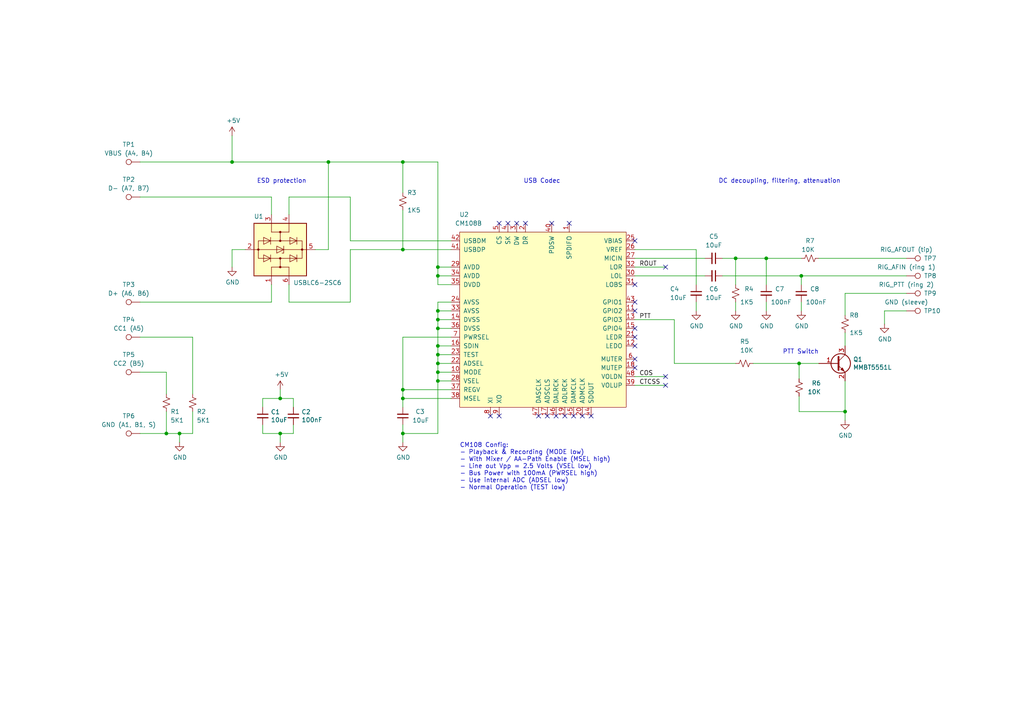
<source format=kicad_sch>
(kicad_sch (version 20230121) (generator eeschema)
  (paper "A4")
  (title_block (title "Digirig Light") (date "2024-02-13") (rev "1.0") (company "Softcomplex, Inc") (comment 1 "Denis Grisak - K0TX") (comment 2 "GNU General Public License v3.0") (comment 3 "https://digirig.net/"))
  (lib_symbols
    (symbol "Connector:TestPoint" (pin_numbers hide) (pin_names (offset 0.762) hide)
      (property "Reference" "TP" (at 0 6.858 0))
      (property "Value" "TestPoint" (at 0 5.08 0))
      (symbol "TestPoint_0_1"
        (circle (center 0 3.302) (radius 0.762))
      )
      (symbol "TestPoint_1_1"
        (pin passive line (at 0 0 90) (length 2.54) (name "1") (number "1"))
      )
    )
    (symbol "Device:C_Small" (pin_numbers hide) (pin_names (offset 0.254) hide)
      (property "Reference" "C" (at 0.254 1.778 0))
      (property "Value" "C_Small" (at 0.254 -2.032 0))
      (symbol "C_Small_0_1"
        (polyline (pts (xy -1.524 -0.508) (xy 1.524 -0.508)) (stroke (width 0.3302)))
        (polyline (pts (xy -1.524 0.508) (xy 1.524 0.508)) (stroke (width 0.3048)))
      )
      (symbol "C_Small_1_1"
        (pin passive line (at 0 2.54 270) (length 2.032) (name "~") (number "1"))
        (pin passive line (at 0 -2.54 90) (length 2.032) (name "~") (number "2"))
      )
    )
    (symbol "Device:R_Small_US" (pin_numbers hide) (pin_names (offset 0.254) hide)
      (property "Reference" "R" (at 0.762 0.508 0))
      (property "Value" "R_Small_US" (at 0.762 -1.016 0))
      (symbol "R_Small_US_1_1"
        (polyline (pts (xy 0 0) (xy 1.016 -0.381) (xy 0 -0.762) (xy -1.016 -1.143) (xy 0 -1.524)))
        (polyline (pts (xy 0 1.524) (xy 1.016 1.143) (xy 0 0.762) (xy -1.016 0.381) (xy 0 0)))
        (pin passive line (at 0 2.54 270) (length 1.016) (name "~") (number "1"))
        (pin passive line (at 0 -2.54 90) (length 1.016) (name "~") (number "2"))
      )
    )
    (symbol "Power_Protection:USBLC6-2SC6" (pin_names hide)
      (property "Reference" "U" (at 2.54 8.89 0))
      (property "Value" "USBLC6-2SC6" (at 2.54 -8.89 0))
      (symbol "USBLC6-2SC6_0_1"
        (rectangle (start -7.62 -7.62) (end 7.62 7.62) (stroke (width 0.254)) (fill (type background)))
        (circle (center -5.08 0) (radius 0.254) (fill (type outline)))
        (circle (center -2.54 0) (radius 0.254) (fill (type outline)))
        (rectangle (start -2.54 6.35) (end 2.54 -6.35))
        (circle (center 0 -6.35) (radius 0.254) (fill (type outline)))
        (polyline (pts (xy -5.08 -2.54) (xy -7.62 -2.54)))
        (polyline (pts (xy -5.08 0) (xy -5.08 -2.54)))
        (polyline (pts (xy -5.08 2.54) (xy -7.62 2.54)))
        (polyline (pts (xy -1.524 -2.794) (xy -3.556 -2.794)))
        (polyline (pts (xy -1.524 4.826) (xy -3.556 4.826)))
        (polyline (pts (xy 0 -7.62) (xy 0 -6.35)))
        (polyline (pts (xy 0 -6.35) (xy 0 1.27)))
        (polyline (pts (xy 0 1.27) (xy 0 6.35)))
        (polyline (pts (xy 0 6.35) (xy 0 7.62)))
        (polyline (pts (xy 1.524 -2.794) (xy 3.556 -2.794)))
        (polyline (pts (xy 1.524 4.826) (xy 3.556 4.826)))
        (polyline (pts (xy 5.08 -2.54) (xy 7.62 -2.54)))
        (polyline (pts (xy 5.08 0) (xy 5.08 -2.54)))
        (polyline (pts (xy 5.08 2.54) (xy 7.62 2.54)))
        (polyline (pts (xy -2.54 0) (xy -5.08 0) (xy -5.08 2.54)))
        (polyline (pts (xy 2.54 0) (xy 5.08 0) (xy 5.08 2.54)))
        (polyline (pts (xy -3.556 -4.826) (xy -1.524 -4.826) (xy -2.54 -2.794) (xy -3.556 -4.826)))
        (polyline (pts (xy -3.556 2.794) (xy -1.524 2.794) (xy -2.54 4.826) (xy -3.556 2.794)))
        (polyline (pts (xy -1.016 -1.016) (xy 1.016 -1.016) (xy 0 1.016) (xy -1.016 -1.016)))
        (polyline (pts (xy 1.016 1.016) (xy 0.762 1.016) (xy -1.016 1.016) (xy -1.016 0.508)))
        (polyline (pts (xy 3.556 -4.826) (xy 1.524 -4.826) (xy 2.54 -2.794) (xy 3.556 -4.826)))
        (polyline (pts (xy 3.556 2.794) (xy 1.524 2.794) (xy 2.54 4.826) (xy 3.556 2.794)))
        (circle (center 0 6.35) (radius 0.254) (fill (type outline)))
        (circle (center 2.54 0) (radius 0.254) (fill (type outline)))
        (circle (center 5.08 0) (radius 0.254) (fill (type outline)))
      )
      (symbol "USBLC6-2SC6_1_1"
        (pin passive line (at -10.16 -2.54 0) (length 2.54) (name "I/O1") (number "1"))
        (pin passive line (at 0 -10.16 90) (length 2.54) (name "GND") (number "2"))
        (pin passive line (at 10.16 -2.54 180) (length 2.54) (name "I/O2") (number "3"))
        (pin passive line (at 10.16 2.54 180) (length 2.54) (name "I/O2") (number "4"))
        (pin passive line (at 0 10.16 270) (length 2.54) (name "VBUS") (number "5"))
        (pin passive line (at -10.16 2.54 0) (length 2.54) (name "I/O1") (number "6"))
      )
    )
    (symbol "Transistor_BJT:MMBT5551L" (pin_names (offset 0) hide)
      (property "Reference" "Q" (at 5.08 1.905 0))
      (property "Value" "MMBT5551L" (at 5.08 0 0))
      (symbol "MMBT5551L_0_1"
        (polyline (pts (xy 0.635 0.635) (xy 2.54 2.54)))
        (polyline (pts (xy 0.635 -0.635) (xy 2.54 -2.54) (xy 2.54 -2.54)))
        (polyline (pts (xy 0.635 1.905) (xy 0.635 -1.905) (xy 0.635 -1.905)) (stroke (width 0.508)))
        (polyline (pts (xy 1.27 -1.778) (xy 1.778 -1.27) (xy 2.286 -2.286) (xy 1.27 -1.778) (xy 1.27 -1.778)) (fill (type outline)))
        (circle (center 1.27 0) (radius 2.8194) (stroke (width 0.254)))
      )
      (symbol "MMBT5551L_1_1"
        (pin input line (at -5.08 0 0) (length 5.715) (name "B") (number "1"))
        (pin passive line (at 2.54 -5.08 90) (length 2.54) (name "E") (number "2"))
        (pin passive line (at 2.54 5.08 270) (length 2.54) (name "C") (number "3"))
      )
    )
    (symbol "digirig:CM108" (pin_names (offset 1.016))
      (property "Reference" "U" (at -12.7 1.27 0))
      (property "Value" "CM108" (at -12.7 -1.27 0))
      (symbol "CM108_0_0"
        (pin output line (at 19.05 0 270) (length 2.54) (name "SPDIFO") (number "1"))
        (pin input line (at -15.24 -43.18 0) (length 2.54) (name "MODE") (number "10"))
        (pin bidirectional line (at 38.1 -25.4 180) (length 2.54) (name "GPIO2") (number "11"))
        (pin output line (at 38.1 -35.56 180) (length 2.54) (name "LEDO") (number "12"))
        (pin bidirectional line (at 38.1 -27.94 180) (length 2.54) (name "GPIO3") (number "13"))
        (pin power_in line (at -15.24 -27.94 0) (length 2.54) (name "DVSS") (number "14"))
        (pin bidirectional line (at 38.1 -30.48 180) (length 2.54) (name "GPIO4") (number "15"))
        (pin input line (at -15.24 -35.56 0) (length 2.54) (name "SDIN") (number "16"))
        (pin input line (at 12.7 -55.88 90) (length 2.54) (name "ADSCLS") (number "17"))
        (pin input line (at 38.1 -41.91 180) (length 2.54) (name "MUTEP") (number "18"))
        (pin input line (at 17.78 -55.88 90) (length 2.54) (name "ADLRCK") (number "19"))
        (pin output line (at 6.35 0 270) (length 2.54) (name "DR") (number "2"))
        (pin output line (at 22.86 -55.88 90) (length 2.54) (name "ADMCLK") (number "20"))
        (pin output line (at 38.1 -33.02 180) (length 2.54) (name "LEDR") (number "21"))
        (pin input line (at -15.24 -40.64 0) (length 2.54) (name "ADSEL") (number "22"))
        (pin input line (at -15.24 -38.1 0) (length 2.54) (name "TEST") (number "23"))
        (pin power_in line (at -15.24 -22.86 0) (length 2.54) (name "AVSS") (number "24"))
        (pin power_out line (at 38.1 -5.08 180) (length 2.54) (name "VBIAS") (number "25"))
        (pin power_out line (at 38.1 -7.62 180) (length 2.54) (name "VREF") (number "26"))
        (pin input line (at 38.1 -10.16 180) (length 2.54) (name "MICIN") (number "27"))
        (pin input line (at -15.24 -45.72 0) (length 2.54) (name "VSEL") (number "28"))
        (pin power_in line (at -15.24 -12.7 0) (length 2.54) (name "AVDD") (number "29"))
        (pin input line (at 3.81 0 270) (length 2.54) (name "DW") (number "3"))
        (pin output line (at 38.1 -15.24 180) (length 2.54) (name "LOL") (number "30"))
        (pin power_out line (at 38.1 -17.78 180) (length 2.54) (name "LOBS") (number "31"))
        (pin output line (at 38.1 -12.7 180) (length 2.54) (name "LOR") (number "32"))
        (pin input line (at -15.24 -25.4 0) (length 2.54) (name "AVSS") (number "33"))
        (pin power_in line (at -15.24 -15.24 0) (length 2.54) (name "AVDD") (number "34"))
        (pin power_in line (at -15.24 -17.78 0) (length 2.54) (name "DVDD") (number "35"))
        (pin power_in line (at -15.24 -30.48 0) (length 2.54) (name "DVSS") (number "36"))
        (pin power_in line (at -15.24 -48.26 0) (length 2.54) (name "REGV") (number "37"))
        (pin input line (at -15.24 -50.8 0) (length 2.54) (name "MSEL") (number "38"))
        (pin input line (at 38.1 -46.99 180) (length 2.54) (name "VOLUP") (number "39"))
        (pin input line (at 1.27 0 270) (length 2.54) (name "SK") (number "4"))
        (pin input line (at 13.97 0 270) (length 2.54) (name "PDSW") (number "40"))
        (pin bidirectional line (at -15.24 -7.62 0) (length 2.54) (name "USBDP") (number "41"))
        (pin bidirectional line (at -15.24 -5.08 0) (length 2.54) (name "USBDM") (number "42"))
        (pin bidirectional line (at 38.1 -22.86 180) (length 2.54) (name "GPIO1") (number "43"))
        (pin output line (at 25.4 -55.88 90) (length 2.54) (name "SDOUT") (number "44"))
        (pin output line (at 20.32 -55.88 90) (length 2.54) (name "DAMCLK") (number "45"))
        (pin input line (at 15.24 -55.88 90) (length 2.54) (name "DALRCK") (number "46"))
        (pin input line (at 10.16 -55.88 90) (length 2.54) (name "DASCLK") (number "47"))
        (pin input line (at 38.1 -44.45 180) (length 2.54) (name "VOLDN") (number "48"))
        (pin input line (at -1.27 0 270) (length 2.54) (name "CS") (number "5"))
        (pin input line (at 38.1 -39.37 180) (length 2.54) (name "MUTER") (number "6"))
        (pin input line (at -15.24 -33.02 0) (length 2.54) (name "PWRSEL") (number "7"))
        (pin input line (at -3.81 -55.88 90) (length 2.54) (name "XI") (number "8"))
        (pin output line (at -1.27 -55.88 90) (length 2.54) (name "XO") (number "9"))
      )
      (symbol "CM108_0_1"
        (rectangle (start -12.7 -2.54) (end 35.56 -53.34) (fill (type background)))
      )
    )
    (symbol "power:+5V" (power) (pin_names (offset 0))
      (property "Value" "+5V" (at 0 3.556 0))
      (symbol "+5V_0_1"
        (polyline (pts (xy -0.762 1.27) (xy 0 2.54)))
        (polyline (pts (xy 0 0) (xy 0 2.54)))
        (polyline (pts (xy 0 2.54) (xy 0.762 1.27)))
      )
      (symbol "+5V_1_1"
        (pin power_in line (at 0 0 90) (length 0) hide (name "+5V") (number "1"))
      )
    )
    (symbol "power:GND" (power) (pin_names (offset 0))
      (property "Value" "GND" (at 0 -3.81 0))
      (symbol "GND_0_1"
        (polyline (pts (xy 0 0) (xy 0 -1.27) (xy 1.27 -1.27) (xy 0 -2.54) (xy -1.27 -1.27) (xy 0 -1.27)))
      )
      (symbol "GND_1_1"
        (pin power_in line (at 0 0 270) (length 0) hide (name "GND") (number "1"))
      )
    )
  )
  (junction (at 245.11 119.38))
  (junction (at 127 90.17))
  (junction (at 116.84 115.57))
  (junction (at 222.25 74.93))
  (junction (at 127 92.71))
  (junction (at 127 100.33))
  (junction (at 127 102.87))
  (junction (at 127 107.95))
  (junction (at 231.775 105.41))
  (junction (at 48.26 125.73))
  (junction (at 116.84 113.03))
  (junction (at 127 105.41))
  (junction (at 127 95.25))
  (junction (at 81.28 115.57))
  (junction (at 116.84 72.39))
  (junction (at 52.07 125.73))
  (junction (at 116.84 46.99))
  (junction (at 116.84 125.73))
  (junction (at 127 80.01))
  (junction (at 127 77.47))
  (junction (at 127 110.49))
  (junction (at 213.36 74.93))
  (junction (at 232.41 80.01))
  (junction (at 81.28 125.73))
  (junction (at 95.25 46.99))
  (junction (at 67.31 46.99))
  (no_connect (at 193.04 109.22))
  (no_connect (at 161.29 120.65))
  (no_connect (at 144.78 120.65))
  (no_connect (at 163.83 120.65))
  (no_connect (at 193.04 77.47))
  (no_connect (at 184.15 69.85))
  (no_connect (at 171.45 120.65))
  (no_connect (at 156.21 120.65))
  (no_connect (at 168.91 120.65))
  (no_connect (at 166.37 120.65))
  (no_connect (at 142.24 120.65))
  (no_connect (at 160.02 64.77))
  (no_connect (at 149.86 64.77))
  (no_connect (at 158.75 120.65))
  (no_connect (at 184.15 87.63))
  (no_connect (at 144.78 64.77))
  (no_connect (at 184.15 97.79))
  (no_connect (at 193.04 111.76))
  (no_connect (at 184.15 90.17))
  (no_connect (at 184.15 106.68))
  (no_connect (at 184.15 100.33))
  (no_connect (at 184.15 104.14))
  (no_connect (at 184.15 95.25))
  (no_connect (at 152.4 64.77))
  (no_connect (at 147.32 64.77))
  (no_connect (at 165.1 64.77))
  (no_connect (at 184.15 82.55))
  (wire (pts (xy 40.64 97.79) (xy 55.88 97.79)))
  (wire (pts (xy 81.28 115.57) (xy 85.09 115.57)))
  (wire (pts (xy 76.2 115.57) (xy 81.28 115.57)))
  (wire (pts (xy 130.81 95.25) (xy 127 95.25)))
  (wire (pts (xy 195.58 92.71) (xy 195.58 105.41)))
  (wire (pts (xy 116.84 125.73) (xy 127 125.73)))
  (wire (pts (xy 245.11 85.09) (xy 262.89 85.09)))
  (wire (pts (xy 245.11 100.33) (xy 245.11 96.52)))
  (wire (pts (xy 127 95.25) (xy 127 100.33)))
  (wire (pts (xy 222.25 74.93) (xy 232.41 74.93)))
  (wire (pts (xy 184.15 109.22) (xy 193.04 109.22)))
  (wire (pts (xy 67.31 46.99) (xy 67.31 39.37)))
  (wire (pts (xy 130.81 90.17) (xy 127 90.17)))
  (wire (pts (xy 130.81 82.55) (xy 127 82.55)))
  (wire (pts (xy 130.81 92.71) (xy 127 92.71)))
  (wire (pts (xy 130.81 105.41) (xy 127 105.41)))
  (wire (pts (xy 81.28 125.73) (xy 85.09 125.73)))
  (wire (pts (xy 127 110.49) (xy 127 125.73)))
  (wire (pts (xy 116.84 113.03) (xy 130.81 113.03)))
  (wire (pts (xy 116.84 113.03) (xy 116.84 115.57)))
  (wire (pts (xy 116.84 115.57) (xy 130.81 115.57)))
  (wire (pts (xy 127 100.33) (xy 127 102.87)))
  (wire (pts (xy 95.25 46.99) (xy 116.84 46.99)))
  (wire (pts (xy 67.31 46.99) (xy 95.25 46.99)))
  (wire (pts (xy 67.31 72.39) (xy 67.31 77.47)))
  (wire (pts (xy 91.44 72.39) (xy 95.25 72.39)))
  (wire (pts (xy 116.84 72.39) (xy 116.84 60.96)))
  (wire (pts (xy 201.93 82.55) (xy 201.93 72.39)))
  (wire (pts (xy 116.84 97.79) (xy 116.84 113.03)))
  (wire (pts (xy 52.07 128.27) (xy 52.07 125.73)))
  (wire (pts (xy 40.64 46.99) (xy 67.31 46.99)))
  (wire (pts (xy 55.88 125.73) (xy 55.88 119.38)))
  (wire (pts (xy 184.15 74.93) (xy 204.47 74.93)))
  (wire (pts (xy 213.36 87.63) (xy 213.36 90.17)))
  (wire (pts (xy 40.64 125.73) (xy 48.26 125.73)))
  (wire (pts (xy 184.15 72.39) (xy 201.93 72.39)))
  (wire (pts (xy 78.74 57.15) (xy 78.74 62.23)))
  (wire (pts (xy 231.775 105.41) (xy 237.49 105.41)))
  (wire (pts (xy 116.84 115.57) (xy 116.84 118.11)))
  (wire (pts (xy 127 90.17) (xy 127 87.63)))
  (wire (pts (xy 231.775 119.38) (xy 245.11 119.38)))
  (wire (pts (xy 40.64 107.95) (xy 48.26 107.95)))
  (wire (pts (xy 213.36 74.93) (xy 222.25 74.93)))
  (wire (pts (xy 127 80.01) (xy 127 77.47)))
  (wire (pts (xy 116.84 46.99) (xy 127 46.99)))
  (wire (pts (xy 213.36 74.93) (xy 213.36 82.55)))
  (wire (pts (xy 127 46.99) (xy 127 77.47)))
  (wire (pts (xy 130.81 107.95) (xy 127 107.95)))
  (wire (pts (xy 55.88 114.3) (xy 55.88 97.79)))
  (wire (pts (xy 245.11 110.49) (xy 245.11 119.38)))
  (wire (pts (xy 127 107.95) (xy 127 110.49)))
  (wire (pts (xy 130.81 80.01) (xy 127 80.01)))
  (wire (pts (xy 76.2 125.73) (xy 81.28 125.73)))
  (wire (pts (xy 67.31 72.39) (xy 71.12 72.39)))
  (wire (pts (xy 101.6 69.85) (xy 101.6 57.15)))
  (wire (pts (xy 81.28 125.73) (xy 81.28 128.27)))
  (wire (pts (xy 130.81 110.49) (xy 127 110.49)))
  (wire (pts (xy 101.6 72.39) (xy 116.84 72.39)))
  (wire (pts (xy 116.84 72.39) (xy 130.81 72.39)))
  (wire (pts (xy 245.11 119.38) (xy 245.11 121.92)))
  (wire (pts (xy 116.84 46.99) (xy 116.84 55.88)))
  (wire (pts (xy 48.26 114.3) (xy 48.26 107.95)))
  (wire (pts (xy 209.55 74.93) (xy 213.36 74.93)))
  (wire (pts (xy 262.89 90.17) (xy 256.54 90.17)))
  (wire (pts (xy 184.15 77.47) (xy 193.04 77.47)))
  (wire (pts (xy 127 77.47) (xy 130.81 77.47)))
  (wire (pts (xy 127 102.87) (xy 127 105.41)))
  (wire (pts (xy 76.2 123.19) (xy 76.2 125.73)))
  (wire (pts (xy 195.58 105.41) (xy 213.36 105.41)))
  (wire (pts (xy 130.81 102.87) (xy 127 102.87)))
  (wire (pts (xy 231.775 105.41) (xy 231.775 109.855)))
  (wire (pts (xy 52.07 125.73) (xy 55.88 125.73)))
  (wire (pts (xy 184.15 111.76) (xy 193.04 111.76)))
  (wire (pts (xy 184.15 92.71) (xy 195.58 92.71)))
  (wire (pts (xy 85.09 125.73) (xy 85.09 123.19)))
  (wire (pts (xy 127 105.41) (xy 127 107.95)))
  (wire (pts (xy 232.41 80.01) (xy 262.89 80.01)))
  (wire (pts (xy 222.25 90.17) (xy 222.25 87.63)))
  (wire (pts (xy 40.64 57.15) (xy 78.74 57.15)))
  (wire (pts (xy 48.26 125.73) (xy 52.07 125.73)))
  (wire (pts (xy 222.25 82.55) (xy 222.25 74.93)))
  (wire (pts (xy 83.82 62.23) (xy 83.82 57.15)))
  (wire (pts (xy 48.26 119.38) (xy 48.26 125.73)))
  (wire (pts (xy 127 92.71) (xy 127 95.25)))
  (wire (pts (xy 201.93 90.17) (xy 201.93 87.63)))
  (wire (pts (xy 130.81 100.33) (xy 127 100.33)))
  (wire (pts (xy 218.44 105.41) (xy 231.775 105.41)))
  (wire (pts (xy 231.775 114.935) (xy 231.775 119.38)))
  (wire (pts (xy 127 87.63) (xy 130.81 87.63)))
  (wire (pts (xy 101.6 72.39) (xy 101.6 87.63)))
  (wire (pts (xy 130.81 97.79) (xy 116.84 97.79)))
  (wire (pts (xy 95.25 46.99) (xy 95.25 72.39)))
  (wire (pts (xy 40.64 87.63) (xy 78.74 87.63)))
  (wire (pts (xy 116.84 123.19) (xy 116.84 125.73)))
  (wire (pts (xy 232.41 80.01) (xy 232.41 82.55)))
  (wire (pts (xy 245.11 91.44) (xy 245.11 85.09)))
  (wire (pts (xy 83.82 87.63) (xy 101.6 87.63)))
  (wire (pts (xy 127 90.17) (xy 127 92.71)))
  (wire (pts (xy 184.15 80.01) (xy 204.47 80.01)))
  (wire (pts (xy 209.55 80.01) (xy 232.41 80.01)))
  (wire (pts (xy 85.09 115.57) (xy 85.09 118.11)))
  (wire (pts (xy 81.28 115.57) (xy 81.28 113.03)))
  (wire (pts (xy 232.41 90.17) (xy 232.41 87.63)))
  (wire (pts (xy 78.74 82.55) (xy 78.74 87.63)))
  (wire (pts (xy 76.2 118.11) (xy 76.2 115.57)))
  (wire (pts (xy 116.84 125.73) (xy 116.84 128.27)))
  (wire (pts (xy 256.54 90.17) (xy 256.54 93.98)))
  (wire (pts (xy 237.49 74.93) (xy 262.89 74.93)))
  (wire (pts (xy 83.82 82.55) (xy 83.82 87.63)))
  (wire (pts (xy 127 82.55) (xy 127 80.01)))
  (wire (pts (xy 83.82 57.15) (xy 101.6 57.15)))
  (wire (pts (xy 130.81 69.85) (xy 101.6 69.85)))
  (text "DC decoupling, filtering, attenuation" (at 243.84 53.34 0) (effects (font (size 1.27 1.27)) (justify right bottom)))
  (text "ESD protection" (at 88.9 53.34 0) (effects (font (size 1.27 1.27)) (justify right bottom)))
  (text "USB Codec" (at 162.56 53.34 0) (effects (font (size 1.27 1.27)) (justify right bottom)))
  (text "CM108 Config:\n- Playback & Recording (MODE low)\n- With Mixer / AA-Path Enable (MSEL high)\n- Line out Vpp = 2.5 Volts (VSEL low)\n- Bus Power with 100mA (PWRSEL high)\n- Use internal ADC (ADSEL low)\n- Normal Operation (TEST low)" (at 133.35 142.24 0) (effects (font (size 1.27 1.27)) (justify left bottom)))
  (text "PTT Switch" (at 237.49 102.87 0) (effects (font (size 1.27 1.27)) (justify right bottom)))
  (label "ROUT" (at 185.42 77.47 0))
  (label "PTT" (at 185.42 92.71 0))
  (label "CTCSS" (at 185.42 111.76 0))
  (label "COS" (at 185.42 109.22 0))
  (symbol (lib_id "power:GND") (at 81.28 128.27 0) (unit 1)
    (property "Reference" "#PWR05" (effects hide))
    (property "Value" "GND" (at 81.407 132.6642 0))
  )
  (symbol (lib_id "Device:C_Small") (at 76.2 120.65 0) (unit 1)
    (property "Reference" "C1" (at 78.5368 119.4816 0) (effects (justify left)))
    (property "Value" "10uF" (at 78.5368 121.793 0) (effects (justify left)))
    (property "Footprint" "Capacitor_SMD:C_0402_1005Metric" (effects hide))
    (property "LCSC" "C15525" (effects hide))
  )
  (symbol (lib_id "Power_Protection:USBLC6-2SC6") (at 81.28 72.39 270) (mirror x) (unit 1)
    (property "Reference" "U1" (at 73.66 63.5 90) (effects (justify left top)))
    (property "Value" "USBLC6-2SC6" (at 85.09 81.28 90) (effects (justify left bottom)))
    (property "Footprint" "Package_TO_SOT_SMD:SOT-23-6" (effects hide))
    (property "Datasheet" "https://www.st.com/resource/en/datasheet/usblc6-2.pdf" (effects hide))
    (property "LCSC" "C5261088" (effects hide))
  )
  (symbol (lib_id "power:GND") (at 245.11 121.92 0) (unit 1)
    (property "Reference" "#PWR011" (effects hide))
    (property "Value" "GND" (at 245.237 126.3142 0))
  )
  (symbol (lib_id "digirig:CM108") (at 146.05 64.77 0) (unit 1)
    (property "Reference" "U2" (at 134.62 62.23 0))
    (property "Value" "CM108B" (at 135.89 64.77 0))
    (property "Footprint" "Package_QFP:LQFP-48_7x7mm_P0.5mm" (effects hide))
    (property "LCSC" "C371347" (effects hide))
  )
  (symbol (lib_id "Connector:TestPoint") (at 262.89 80.01 270) (unit 1) (in_bom no)
    (property "Reference" "TP8" (at 267.97 80.01 90) (effects (justify left)))
    (property "Value" "RIG_AFIN (ring 1)" (at 262.89 77.47 90))
    (property "Footprint" "TestPoint:TestPoint_Pad_D1.5mm" (effects hide))
    (property "PCBNote" "R1" (effects hide))
  )
  (symbol (lib_id "Connector:TestPoint") (at 40.64 57.15 90) (unit 1) (in_bom no)
    (property "Reference" "TP2" (at 37.338 52.07 90))
    (property "Value" "D- (A7, B7)" (at 37.338 54.61 90))
    (property "Footprint" "TestPoint:TestPoint_Pad_D1.5mm" (effects hide))
    (property "PCBNote" "7" (effects hide))
  )
  (symbol (lib_id "Connector:TestPoint") (at 40.64 46.99 90) (unit 1) (in_bom no)
    (property "Reference" "TP1" (at 37.338 41.91 90))
    (property "Value" "VBUS (A4, B4)" (at 37.338 44.45 90))
    (property "Footprint" "TestPoint:TestPoint_Pad_D1.5mm" (effects hide))
    (property "PCBNote" "4" (effects hide))
  )
  (symbol (lib_id "Device:R_Small_US") (at 245.11 93.98 180) (unit 1)
    (property "Reference" "R8" (at 246.38 91.44 0) (effects (justify right)))
    (property "Value" "1K5" (at 246.38 96.52 0) (effects (justify right)))
    (property "Footprint" "Resistor_SMD:R_0402_1005Metric" (effects hide))
    (property "LCSC" "C25867" (effects hide))
  )
  (symbol (lib_id "Device:C_Small") (at 232.41 85.09 0) (unit 1)
    (property "Reference" "C8" (at 234.95 83.82 0) (effects (justify left)))
    (property "Value" "100nF" (at 233.68 87.63 0) (effects (justify left)))
    (property "Footprint" "Capacitor_SMD:C_0402_1005Metric" (effects hide))
    (property "LCSC" "C1525" (effects hide))
  )
  (symbol (lib_id "Device:R_Small_US") (at 116.84 58.42 180) (unit 1)
    (property "Reference" "R3" (at 118.11 55.88 0) (effects (justify right)))
    (property "Value" "1K5" (at 118.11 60.96 0) (effects (justify right)))
    (property "Footprint" "Resistor_SMD:R_0402_1005Metric" (effects hide))
    (property "LCSC" "C25867" (effects hide))
  )
  (symbol (lib_id "power:GND") (at 222.25 90.17 0) (unit 1)
    (property "Reference" "#PWR09" (effects hide))
    (property "Value" "GND" (at 222.377 94.5642 0))
  )
  (symbol (lib_id "Device:R_Small_US") (at 48.26 116.84 180) (unit 1)
    (property "Reference" "R1" (at 50.8 119.38 0))
    (property "Value" "5K1" (at 53.34 121.92 0) (effects (justify left)))
    (property "Footprint" "Resistor_SMD:R_0402_1005Metric" (effects hide))
    (property "LCSC" "C25905" (effects hide))
  )
  (symbol (lib_id "power:GND") (at 52.07 128.27 0) (unit 1)
    (property "Reference" "#PWR01" (effects hide))
    (property "Value" "GND" (at 52.197 132.6642 0))
  )
  (symbol (lib_id "Device:R_Small_US") (at 215.9 105.41 270) (unit 1)
    (property "Reference" "R5" (at 214.63 99.06 90) (effects (justify left)))
    (property "Value" "10K" (at 214.63 101.6 90) (effects (justify left)))
    (property "Footprint" "Resistor_SMD:R_0402_1005Metric" (effects hide))
    (property "LCSC" "C25744" (effects hide))
  )
  (symbol (lib_id "Device:C_Small") (at 207.01 80.01 270) (unit 1)
    (property "Reference" "C6" (at 207.01 83.82 90))
    (property "Value" "10uF" (at 207.01 86.36 90))
    (property "Footprint" "Capacitor_SMD:C_0402_1005Metric" (effects hide))
    (property "LCSC" "C15525" (effects hide))
  )
  (symbol (lib_id "Connector:TestPoint") (at 262.89 85.09 270) (unit 1) (in_bom no)
    (property "Reference" "TP9" (at 267.97 85.09 90) (effects (justify left)))
    (property "Value" "RIG_PTT (ring 2)" (at 262.89 82.55 90))
    (property "Footprint" "TestPoint:TestPoint_Pad_D1.5mm" (effects hide))
    (property "PCBNote" "R2" (effects hide))
  )
  (symbol (lib_id "power:GND") (at 201.93 90.17 0) (unit 1)
    (property "Reference" "#PWR07" (effects hide))
    (property "Value" "GND" (at 202.057 94.5642 0))
  )
  (symbol (lib_id "power:+5V") (at 81.28 113.03 0) (unit 1)
    (property "Reference" "#PWR04" (effects hide))
    (property "Value" "+5V" (at 81.661 108.6358 0))
  )
  (symbol (lib_id "Device:C_Small") (at 116.84 120.65 180) (unit 1)
    (property "Reference" "C3" (at 123.19 119.38 0) (effects (justify left)))
    (property "Value" "10uF" (at 124.46 121.92 0) (effects (justify left)))
    (property "Footprint" "Capacitor_SMD:C_0402_1005Metric" (effects hide))
    (property "LCSC" "C15525" (effects hide))
  )
  (symbol (lib_id "Device:R_Small_US") (at 231.775 112.395 180) (unit 1)
    (property "Reference" "R6" (at 238.125 111.125 0) (effects (justify left)))
    (property "Value" "10K" (at 238.125 113.665 0) (effects (justify left)))
    (property "Footprint" "Resistor_SMD:R_0402_1005Metric" (effects hide))
    (property "LCSC" "C25744" (effects hide))
  )
  (symbol (lib_id "Device:C_Small") (at 222.25 85.09 0) (unit 1)
    (property "Reference" "C7" (at 224.79 83.82 0) (effects (justify left)))
    (property "Value" "100nF" (at 223.52 87.63 0) (effects (justify left)))
    (property "Footprint" "Capacitor_SMD:C_0402_1005Metric" (effects hide))
    (property "LCSC" "C1525" (effects hide))
  )
  (symbol (lib_id "Device:C_Small") (at 85.09 120.65 0) (unit 1)
    (property "Reference" "C2" (at 87.4268 119.4816 0) (effects (justify left)))
    (property "Value" "100nF" (at 87.4268 121.793 0) (effects (justify left)))
    (property "Footprint" "Capacitor_SMD:C_0402_1005Metric" (effects hide))
    (property "LCSC" "C1525" (effects hide))
  )
  (symbol (lib_id "Device:C_Small") (at 201.93 85.09 0) (unit 1)
    (property "Reference" "C4" (at 194.31 83.82 0) (effects (justify left)))
    (property "Value" "10uF" (at 194.31 86.36 0) (effects (justify left)))
    (property "Footprint" "Capacitor_SMD:C_0402_1005Metric" (effects hide))
    (property "LCSC" "C15525" (effects hide))
  )
  (symbol (lib_id "Connector:TestPoint") (at 262.89 74.93 270) (unit 1) (in_bom no)
    (property "Reference" "TP7" (at 267.97 74.93 90) (effects (justify left)))
    (property "Value" "RIG_AFOUT (tip)" (at 262.89 72.39 90))
    (property "Footprint" "TestPoint:TestPoint_Pad_D1.5mm" (effects hide))
    (property "PCBNote" "T" (effects hide))
  )
  (symbol (lib_id "Connector:TestPoint") (at 262.89 90.17 270) (unit 1) (in_bom no)
    (property "Reference" "TP10" (at 267.97 90.17 90) (effects (justify left)))
    (property "Value" "GND (sleeve)" (at 262.89 87.63 90))
    (property "Footprint" "TestPoint:TestPoint_Pad_D1.5mm" (effects hide))
    (property "PCBNote" "S" (effects hide))
  )
  (symbol (lib_id "Connector:TestPoint") (at 40.64 125.73 90) (unit 1) (in_bom no)
    (property "Reference" "TP6" (at 37.338 120.65 90))
    (property "Value" "GND (A1, B1, S)" (at 37.338 123.19 90))
    (property "Footprint" "TestPoint:TestPoint_Pad_D1.5mm" (effects hide))
    (property "PCBNote" "1" (effects hide))
  )
  (symbol (lib_id "Connector:TestPoint") (at 40.64 97.79 90) (unit 1) (in_bom no)
    (property "Reference" "TP4" (at 37.338 92.71 90))
    (property "Value" "CC1 (A5)" (at 37.338 95.25 90))
    (property "Footprint" "TestPoint:TestPoint_Pad_D1.5mm" (effects hide))
    (property "PCBNote" "A5" (effects hide))
  )
  (symbol (lib_id "Device:R_Small_US") (at 234.95 74.93 270) (unit 1)
    (property "Reference" "R7" (at 234.95 69.85 90))
    (property "Value" "10K" (at 232.41 72.39 90) (effects (justify left)))
    (property "Footprint" "Resistor_SMD:R_0402_1005Metric" (effects hide))
    (property "LCSC" "C25744" (effects hide))
  )
  (symbol (lib_id "Device:R_Small_US") (at 213.36 85.09 0) (unit 1)
    (property "Reference" "R4" (at 215.9 83.82 0) (effects (justify left)))
    (property "Value" "1K5" (at 214.63 87.63 0) (effects (justify left)))
    (property "Footprint" "Resistor_SMD:R_0402_1005Metric" (effects hide))
    (property "LCSC" "C25867" (effects hide))
  )
  (symbol (lib_id "power:GND") (at 116.84 128.27 0) (unit 1)
    (property "Reference" "#PWR06" (effects hide))
    (property "Value" "GND" (at 116.967 132.6642 0))
  )
  (symbol (lib_id "power:GND") (at 213.36 90.17 0) (unit 1)
    (property "Reference" "#PWR08" (effects hide))
    (property "Value" "GND" (at 213.487 94.5642 0))
  )
  (symbol (lib_id "power:+5V") (at 67.31 39.37 0) (unit 1)
    (property "Reference" "#PWR02" (effects hide))
    (property "Value" "+5V" (at 67.691 34.9758 0))
  )
  (symbol (lib_id "power:GND") (at 256.54 93.98 0) (unit 1)
    (property "Reference" "#PWR012" (effects hide))
    (property "Value" "GND" (at 256.667 98.3742 0))
  )
  (symbol (lib_id "Transistor_BJT:MMBT5551L") (at 242.57 105.41 0) (unit 1)
    (property "Reference" "Q1" (at 247.4214 104.2416 0) (effects (justify left)))
    (property "Value" "MMBT5551L" (at 247.4214 106.553 0) (effects (justify left)))
    (property "Footprint" "Package_TO_SOT_SMD:SOT-23" (effects hide))
    (property "Datasheet" "www.onsemi.com/pub/Collateral/MMBT5550LT1-D.PDF" (effects hide))
    (property "LCSC" "C152516" (effects hide))
  )
  (symbol (lib_id "Device:C_Small") (at 207.01 74.93 270) (unit 1)
    (property "Reference" "C5" (at 207.01 68.58 90))
    (property "Value" "10uF" (at 207.01 71.12 90))
    (property "Footprint" "Capacitor_SMD:C_0402_1005Metric" (effects hide))
    (property "LCSC" "C15525" (effects hide))
  )
  (symbol (lib_id "power:GND") (at 67.31 77.47 0) (unit 1)
    (property "Reference" "#PWR03" (effects hide))
    (property "Value" "GND" (at 67.437 81.8642 0))
  )
  (symbol (lib_id "power:GND") (at 232.41 90.17 0) (unit 1)
    (property "Reference" "#PWR010" (effects hide))
    (property "Value" "GND" (at 232.537 94.5642 0))
  )
  (symbol (lib_id "Device:R_Small_US") (at 55.88 116.84 180) (unit 1)
    (property "Reference" "R2" (at 58.42 119.38 0))
    (property "Value" "5K1" (at 60.96 121.92 0) (effects (justify left)))
    (property "Footprint" "Resistor_SMD:R_0402_1005Metric" (effects hide))
    (property "LCSC" "C25905" (effects hide))
  )
  (symbol (lib_id "Connector:TestPoint") (at 40.64 107.95 90) (unit 1) (in_bom no)
    (property "Reference" "TP5" (at 37.338 102.87 90))
    (property "Value" "CC2 (B5)" (at 37.338 105.41 90))
    (property "Footprint" "TestPoint:TestPoint_Pad_D1.5mm" (effects hide))
    (property "PCBNote" "B5" (effects hide))
  )
  (symbol (lib_id "Connector:TestPoint") (at 40.64 87.63 90) (unit 1) (in_bom no)
    (property "Reference" "TP3" (at 37.338 82.55 90))
    (property "Value" "D+ (A6, B6)" (at 37.338 85.09 90))
    (property "Footprint" "TestPoint:TestPoint_Pad_D1.5mm" (effects hide))
    (property "PCBNote" "6" (effects hide))
  )
)
</source>
